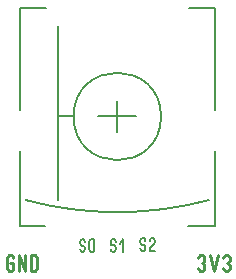
<source format=gbr>
%FSLAX34Y34*%
%MOMM*%
%LNSILK_TOP*%
G71*
G01*
%ADD10C, 0.200*%
%ADD11C, 0.238*%
%ADD12C, 0.191*%
%LPD*%
G54D10*
X114550Y-130600D02*
X114550Y-104600D01*
G54D10*
X130550Y-117600D02*
X98550Y-117600D01*
G54D10*
G75*
G01X36904Y-188378D02*
G03X192196Y-188378I77646J289778D01*
G01*
G54D10*
G75*
G01X151550Y-117600D02*
G03X151550Y-117600I-37000J0D01*
G01*
G54D10*
X53550Y-210600D02*
X32050Y-210600D01*
X32050Y-147100D01*
G54D10*
X54550Y-25600D02*
X32050Y-25600D01*
X32050Y-112100D01*
G54D10*
X175550Y-25600D02*
X197050Y-25600D01*
X197050Y-112100D01*
G54D10*
X174550Y-210600D02*
X197050Y-210600D01*
X197050Y-147100D01*
G54D10*
X64550Y-188600D02*
X64550Y-40600D01*
G54D10*
X77550Y-117600D02*
X64550Y-117600D01*
G54D11*
X23853Y-241727D02*
X26519Y-241727D01*
X26519Y-245894D01*
X25853Y-247560D01*
X24519Y-248394D01*
X23186Y-248394D01*
X21853Y-247560D01*
X21186Y-245894D01*
X21186Y-237560D01*
X21853Y-235894D01*
X23186Y-235060D01*
X24519Y-235060D01*
X25853Y-235894D01*
X26519Y-237560D01*
G54D11*
X31186Y-248394D02*
X31186Y-235060D01*
X36519Y-248394D01*
X36519Y-235060D01*
G54D11*
X41186Y-248394D02*
X41186Y-235060D01*
X44519Y-235060D01*
X45853Y-235894D01*
X46519Y-237560D01*
X46519Y-245894D01*
X45853Y-247560D01*
X44519Y-248394D01*
X41186Y-248394D01*
G54D11*
X182886Y-237323D02*
X183552Y-235656D01*
X184886Y-234823D01*
X186219Y-234823D01*
X187552Y-235656D01*
X188219Y-237323D01*
X188219Y-238990D01*
X187552Y-240656D01*
X186219Y-241490D01*
X187552Y-242323D01*
X188219Y-243990D01*
X188219Y-245656D01*
X187552Y-247323D01*
X186219Y-248156D01*
X184886Y-248156D01*
X183552Y-247323D01*
X182886Y-245656D01*
G54D11*
X192886Y-234823D02*
X196219Y-248156D01*
X199552Y-234823D01*
G54D11*
X204220Y-237323D02*
X204886Y-235656D01*
X206220Y-234823D01*
X207553Y-234823D01*
X208886Y-235656D01*
X209553Y-237323D01*
X209553Y-238990D01*
X208886Y-240656D01*
X207553Y-241490D01*
X208886Y-242323D01*
X209553Y-243990D01*
X209553Y-245656D01*
X208886Y-247323D01*
X207553Y-248156D01*
X206220Y-248156D01*
X204886Y-247323D01*
X204220Y-245656D01*
G54D12*
X82881Y-230216D02*
X83414Y-231549D01*
X84481Y-232216D01*
X85548Y-232216D01*
X86614Y-231549D01*
X87148Y-230216D01*
X87148Y-228882D01*
X86614Y-227549D01*
X85548Y-226883D01*
X84481Y-226883D01*
X83414Y-226216D01*
X82881Y-224883D01*
X82881Y-223549D01*
X83414Y-222216D01*
X84481Y-221549D01*
X85548Y-221549D01*
X86614Y-222216D01*
X87148Y-223549D01*
G54D12*
X95148Y-223549D02*
X95148Y-230216D01*
X94614Y-231549D01*
X93548Y-232216D01*
X92481Y-232216D01*
X91414Y-231549D01*
X90881Y-230216D01*
X90881Y-223549D01*
X91414Y-222216D01*
X92481Y-221549D01*
X93548Y-221549D01*
X94614Y-222216D01*
X95148Y-223549D01*
G54D12*
X108894Y-230135D02*
X109428Y-231468D01*
X110494Y-232135D01*
X111561Y-232135D01*
X112628Y-231468D01*
X113161Y-230135D01*
X113161Y-228801D01*
X112628Y-227468D01*
X111561Y-226801D01*
X110494Y-226801D01*
X109428Y-226135D01*
X108894Y-224801D01*
X108894Y-223468D01*
X109428Y-222135D01*
X110494Y-221468D01*
X111561Y-221468D01*
X112628Y-222135D01*
X113161Y-223468D01*
G54D12*
X116894Y-225468D02*
X119561Y-221468D01*
X119561Y-232135D01*
G54D12*
X134082Y-229342D02*
X134615Y-230675D01*
X135682Y-231342D01*
X136749Y-231342D01*
X137815Y-230675D01*
X138349Y-229342D01*
X138349Y-228009D01*
X137815Y-226675D01*
X136749Y-226009D01*
X135682Y-226009D01*
X134615Y-225342D01*
X134082Y-224009D01*
X134082Y-222675D01*
X134615Y-221342D01*
X135682Y-220675D01*
X136749Y-220675D01*
X137815Y-221342D01*
X138349Y-222675D01*
G54D12*
X146349Y-231342D02*
X142082Y-231342D01*
X142082Y-230675D01*
X142615Y-229342D01*
X145815Y-225342D01*
X146349Y-224009D01*
X146349Y-222675D01*
X145815Y-221342D01*
X144749Y-220675D01*
X143682Y-220675D01*
X142615Y-221342D01*
X142082Y-222675D01*
M02*

</source>
